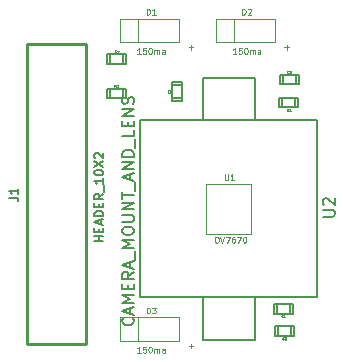
<source format=gto>
G04 (created by PCBNEW (2013-08-24 BZR 4298)-stable) date Thu 28 Nov 2013 09:00:59 AM PST*
%MOIN*%
G04 Gerber Fmt 3.4, Leading zero omitted, Abs format*
%FSLAX34Y34*%
G01*
G70*
G90*
G04 APERTURE LIST*
%ADD10C,0.005906*%
%ADD11C,0.005000*%
%ADD12C,0.010000*%
%ADD13C,0.002000*%
%ADD14C,0.003900*%
%ADD15C,0.001600*%
%ADD16C,0.007500*%
%ADD17C,0.004900*%
G04 APERTURE END LIST*
G54D10*
G54D11*
X57500Y-47269D02*
X57500Y-47589D01*
X57940Y-47579D02*
X57940Y-47269D01*
X58040Y-47589D02*
X57400Y-47589D01*
X57400Y-47589D02*
X57400Y-47269D01*
X57400Y-47269D02*
X58040Y-47269D01*
X58040Y-47269D02*
X58040Y-47589D01*
X54329Y-39961D02*
X54009Y-39961D01*
X54019Y-40401D02*
X54329Y-40401D01*
X54009Y-40501D02*
X54009Y-39861D01*
X54009Y-39861D02*
X54329Y-39861D01*
X54329Y-39861D02*
X54329Y-40501D01*
X54329Y-40501D02*
X54009Y-40501D01*
X57531Y-48005D02*
X57531Y-48325D01*
X57971Y-48315D02*
X57971Y-48005D01*
X58071Y-48325D02*
X57431Y-48325D01*
X57431Y-48325D02*
X57431Y-48005D01*
X57431Y-48005D02*
X58071Y-48005D01*
X58071Y-48005D02*
X58071Y-48325D01*
X52389Y-39250D02*
X52389Y-38930D01*
X51949Y-38940D02*
X51949Y-39250D01*
X51849Y-38930D02*
X52489Y-38930D01*
X52489Y-38930D02*
X52489Y-39250D01*
X52489Y-39250D02*
X51849Y-39250D01*
X51849Y-39250D02*
X51849Y-38930D01*
X58137Y-39943D02*
X58137Y-39623D01*
X57697Y-39633D02*
X57697Y-39943D01*
X57597Y-39623D02*
X58237Y-39623D01*
X58237Y-39623D02*
X58237Y-39943D01*
X58237Y-39943D02*
X57597Y-39943D01*
X57597Y-39943D02*
X57597Y-39623D01*
G54D12*
X51145Y-48602D02*
X49177Y-48602D01*
X51145Y-48602D02*
X51145Y-38602D01*
X49177Y-48602D02*
X49177Y-38602D01*
X49177Y-38602D02*
X51145Y-38602D01*
G54D11*
X57681Y-40391D02*
X57681Y-40711D01*
X58121Y-40701D02*
X58121Y-40391D01*
X58221Y-40711D02*
X57581Y-40711D01*
X57581Y-40711D02*
X57581Y-40391D01*
X57581Y-40391D02*
X58221Y-40391D01*
X58221Y-40391D02*
X58221Y-40711D01*
X52369Y-40411D02*
X52369Y-40091D01*
X51929Y-40101D02*
X51929Y-40411D01*
X51829Y-40091D02*
X52469Y-40091D01*
X52469Y-40091D02*
X52469Y-40411D01*
X52469Y-40411D02*
X51829Y-40411D01*
X51829Y-40411D02*
X51829Y-40091D01*
G54D10*
X56771Y-41141D02*
X56771Y-39724D01*
X56771Y-39724D02*
X55039Y-39724D01*
X55039Y-39724D02*
X55039Y-41141D01*
X56771Y-47047D02*
X56771Y-48464D01*
X56771Y-48464D02*
X55039Y-48464D01*
X55039Y-48464D02*
X55039Y-47047D01*
X58858Y-41141D02*
X52952Y-41141D01*
X52952Y-41141D02*
X52952Y-47047D01*
X52952Y-47047D02*
X58858Y-47047D01*
X58858Y-47047D02*
X58858Y-41141D01*
G54D13*
X55160Y-43260D02*
X56650Y-43260D01*
X56650Y-43260D02*
X56650Y-44928D01*
X56650Y-44928D02*
X55160Y-44928D01*
X55160Y-44928D02*
X55160Y-43260D01*
G54D14*
X52874Y-47716D02*
X52874Y-48503D01*
X52283Y-47716D02*
X54251Y-47716D01*
X54251Y-47716D02*
X54251Y-48503D01*
X54251Y-48503D02*
X52283Y-48503D01*
X52283Y-48503D02*
X52283Y-47716D01*
X56062Y-37755D02*
X56062Y-38543D01*
X55472Y-37755D02*
X57440Y-37755D01*
X57440Y-37755D02*
X57440Y-38543D01*
X57440Y-38543D02*
X55472Y-38543D01*
X55472Y-38543D02*
X55472Y-37755D01*
X52874Y-37755D02*
X52874Y-38543D01*
X52283Y-37755D02*
X54251Y-37755D01*
X54251Y-37755D02*
X54251Y-38543D01*
X54251Y-38543D02*
X52283Y-38543D01*
X52283Y-38543D02*
X52283Y-37755D01*
G54D15*
X57707Y-47707D02*
X57703Y-47711D01*
X57692Y-47714D01*
X57684Y-47714D01*
X57673Y-47711D01*
X57665Y-47703D01*
X57662Y-47696D01*
X57658Y-47681D01*
X57658Y-47669D01*
X57662Y-47654D01*
X57665Y-47647D01*
X57673Y-47639D01*
X57684Y-47635D01*
X57692Y-47635D01*
X57703Y-47639D01*
X57707Y-47643D01*
X57782Y-47714D02*
X57737Y-47714D01*
X57759Y-47714D02*
X57759Y-47635D01*
X57752Y-47647D01*
X57744Y-47654D01*
X57737Y-47658D01*
X53947Y-40194D02*
X53951Y-40198D01*
X53955Y-40209D01*
X53955Y-40216D01*
X53951Y-40228D01*
X53943Y-40235D01*
X53936Y-40239D01*
X53921Y-40243D01*
X53909Y-40243D01*
X53894Y-40239D01*
X53887Y-40235D01*
X53879Y-40228D01*
X53876Y-40216D01*
X53876Y-40209D01*
X53879Y-40198D01*
X53883Y-40194D01*
X53883Y-40164D02*
X53879Y-40160D01*
X53876Y-40152D01*
X53876Y-40134D01*
X53879Y-40126D01*
X53883Y-40122D01*
X53891Y-40119D01*
X53898Y-40119D01*
X53909Y-40122D01*
X53955Y-40167D01*
X53955Y-40119D01*
X57738Y-48443D02*
X57735Y-48447D01*
X57723Y-48451D01*
X57716Y-48451D01*
X57704Y-48447D01*
X57697Y-48439D01*
X57693Y-48432D01*
X57689Y-48417D01*
X57689Y-48405D01*
X57693Y-48390D01*
X57697Y-48383D01*
X57704Y-48375D01*
X57716Y-48372D01*
X57723Y-48372D01*
X57735Y-48375D01*
X57738Y-48379D01*
X57765Y-48372D02*
X57814Y-48372D01*
X57787Y-48402D01*
X57798Y-48402D01*
X57806Y-48405D01*
X57810Y-48409D01*
X57814Y-48417D01*
X57814Y-48436D01*
X57810Y-48443D01*
X57806Y-48447D01*
X57798Y-48451D01*
X57776Y-48451D01*
X57768Y-48447D01*
X57765Y-48443D01*
X52156Y-38868D02*
X52152Y-38872D01*
X52141Y-38876D01*
X52133Y-38876D01*
X52122Y-38872D01*
X52114Y-38865D01*
X52110Y-38857D01*
X52107Y-38842D01*
X52107Y-38831D01*
X52110Y-38816D01*
X52114Y-38808D01*
X52122Y-38801D01*
X52133Y-38797D01*
X52141Y-38797D01*
X52152Y-38801D01*
X52156Y-38804D01*
X52223Y-38823D02*
X52223Y-38876D01*
X52205Y-38793D02*
X52186Y-38849D01*
X52235Y-38849D01*
X57904Y-39561D02*
X57900Y-39565D01*
X57889Y-39569D01*
X57881Y-39569D01*
X57870Y-39565D01*
X57862Y-39557D01*
X57859Y-39550D01*
X57855Y-39535D01*
X57855Y-39524D01*
X57859Y-39509D01*
X57862Y-39501D01*
X57870Y-39493D01*
X57881Y-39490D01*
X57889Y-39490D01*
X57900Y-39493D01*
X57904Y-39497D01*
X57975Y-39490D02*
X57938Y-39490D01*
X57934Y-39527D01*
X57938Y-39524D01*
X57945Y-39520D01*
X57964Y-39520D01*
X57971Y-39524D01*
X57975Y-39527D01*
X57979Y-39535D01*
X57979Y-39554D01*
X57975Y-39561D01*
X57971Y-39565D01*
X57964Y-39569D01*
X57945Y-39569D01*
X57938Y-39565D01*
X57934Y-39561D01*
G54D16*
X48589Y-43722D02*
X48803Y-43722D01*
X48846Y-43736D01*
X48875Y-43764D01*
X48889Y-43807D01*
X48889Y-43836D01*
X48889Y-43422D02*
X48889Y-43593D01*
X48889Y-43507D02*
X48589Y-43507D01*
X48632Y-43536D01*
X48661Y-43564D01*
X48675Y-43593D01*
X51724Y-45182D02*
X51424Y-45182D01*
X51567Y-45182D02*
X51567Y-45010D01*
X51724Y-45010D02*
X51424Y-45010D01*
X51567Y-44867D02*
X51567Y-44767D01*
X51724Y-44724D02*
X51724Y-44867D01*
X51424Y-44867D01*
X51424Y-44724D01*
X51638Y-44610D02*
X51638Y-44467D01*
X51724Y-44639D02*
X51424Y-44539D01*
X51724Y-44439D01*
X51724Y-44339D02*
X51424Y-44339D01*
X51424Y-44267D01*
X51438Y-44224D01*
X51467Y-44196D01*
X51495Y-44182D01*
X51552Y-44167D01*
X51595Y-44167D01*
X51652Y-44182D01*
X51681Y-44196D01*
X51710Y-44224D01*
X51724Y-44267D01*
X51724Y-44339D01*
X51567Y-44039D02*
X51567Y-43939D01*
X51724Y-43896D02*
X51724Y-44039D01*
X51424Y-44039D01*
X51424Y-43896D01*
X51724Y-43596D02*
X51581Y-43696D01*
X51724Y-43767D02*
X51424Y-43767D01*
X51424Y-43653D01*
X51438Y-43624D01*
X51452Y-43610D01*
X51481Y-43596D01*
X51524Y-43596D01*
X51552Y-43610D01*
X51567Y-43624D01*
X51581Y-43653D01*
X51581Y-43767D01*
X51752Y-43539D02*
X51752Y-43310D01*
X51724Y-43082D02*
X51724Y-43253D01*
X51724Y-43167D02*
X51424Y-43167D01*
X51467Y-43196D01*
X51495Y-43224D01*
X51510Y-43253D01*
X51424Y-42896D02*
X51424Y-42867D01*
X51438Y-42839D01*
X51452Y-42824D01*
X51481Y-42810D01*
X51538Y-42796D01*
X51610Y-42796D01*
X51667Y-42810D01*
X51695Y-42824D01*
X51710Y-42839D01*
X51724Y-42867D01*
X51724Y-42896D01*
X51710Y-42924D01*
X51695Y-42939D01*
X51667Y-42953D01*
X51610Y-42967D01*
X51538Y-42967D01*
X51481Y-42953D01*
X51452Y-42939D01*
X51438Y-42924D01*
X51424Y-42896D01*
X51424Y-42696D02*
X51724Y-42496D01*
X51424Y-42496D02*
X51724Y-42696D01*
X51452Y-42396D02*
X51438Y-42382D01*
X51424Y-42353D01*
X51424Y-42282D01*
X51438Y-42253D01*
X51452Y-42239D01*
X51481Y-42224D01*
X51510Y-42224D01*
X51552Y-42239D01*
X51724Y-42410D01*
X51724Y-42224D01*
G54D15*
X57888Y-40836D02*
X57862Y-40799D01*
X57843Y-40836D02*
X57843Y-40757D01*
X57873Y-40757D01*
X57880Y-40761D01*
X57884Y-40765D01*
X57888Y-40772D01*
X57888Y-40784D01*
X57884Y-40791D01*
X57880Y-40795D01*
X57873Y-40799D01*
X57843Y-40799D01*
X57963Y-40836D02*
X57918Y-40836D01*
X57941Y-40836D02*
X57941Y-40757D01*
X57933Y-40769D01*
X57926Y-40776D01*
X57918Y-40780D01*
X52136Y-40037D02*
X52110Y-40000D01*
X52091Y-40037D02*
X52091Y-39958D01*
X52121Y-39958D01*
X52128Y-39962D01*
X52132Y-39966D01*
X52136Y-39973D01*
X52136Y-39985D01*
X52132Y-39992D01*
X52128Y-39996D01*
X52121Y-40000D01*
X52091Y-40000D01*
X52166Y-39966D02*
X52170Y-39962D01*
X52177Y-39958D01*
X52196Y-39958D01*
X52204Y-39962D01*
X52207Y-39966D01*
X52211Y-39973D01*
X52211Y-39981D01*
X52207Y-39992D01*
X52162Y-40037D01*
X52211Y-40037D01*
G54D10*
X59036Y-44355D02*
X59355Y-44355D01*
X59392Y-44336D01*
X59411Y-44317D01*
X59430Y-44280D01*
X59430Y-44205D01*
X59411Y-44167D01*
X59392Y-44148D01*
X59355Y-44130D01*
X59036Y-44130D01*
X59073Y-43961D02*
X59055Y-43942D01*
X59036Y-43905D01*
X59036Y-43811D01*
X59055Y-43773D01*
X59073Y-43755D01*
X59111Y-43736D01*
X59148Y-43736D01*
X59205Y-43755D01*
X59430Y-43980D01*
X59430Y-43736D01*
X52699Y-47735D02*
X52718Y-47754D01*
X52737Y-47810D01*
X52737Y-47847D01*
X52718Y-47904D01*
X52680Y-47941D01*
X52643Y-47960D01*
X52568Y-47979D01*
X52512Y-47979D01*
X52437Y-47960D01*
X52399Y-47941D01*
X52362Y-47904D01*
X52343Y-47847D01*
X52343Y-47810D01*
X52362Y-47754D01*
X52380Y-47735D01*
X52624Y-47585D02*
X52624Y-47397D01*
X52737Y-47622D02*
X52343Y-47491D01*
X52737Y-47360D01*
X52737Y-47229D02*
X52343Y-47229D01*
X52624Y-47097D01*
X52343Y-46966D01*
X52737Y-46966D01*
X52530Y-46779D02*
X52530Y-46647D01*
X52737Y-46591D02*
X52737Y-46779D01*
X52343Y-46779D01*
X52343Y-46591D01*
X52737Y-46197D02*
X52549Y-46329D01*
X52737Y-46422D02*
X52343Y-46422D01*
X52343Y-46272D01*
X52362Y-46235D01*
X52380Y-46216D01*
X52418Y-46197D01*
X52474Y-46197D01*
X52512Y-46216D01*
X52530Y-46235D01*
X52549Y-46272D01*
X52549Y-46422D01*
X52624Y-46047D02*
X52624Y-45860D01*
X52737Y-46085D02*
X52343Y-45954D01*
X52737Y-45823D01*
X52774Y-45785D02*
X52774Y-45485D01*
X52737Y-45391D02*
X52343Y-45391D01*
X52624Y-45260D01*
X52343Y-45129D01*
X52737Y-45129D01*
X52343Y-44866D02*
X52343Y-44791D01*
X52362Y-44754D01*
X52399Y-44716D01*
X52474Y-44698D01*
X52605Y-44698D01*
X52680Y-44716D01*
X52718Y-44754D01*
X52737Y-44791D01*
X52737Y-44866D01*
X52718Y-44904D01*
X52680Y-44941D01*
X52605Y-44960D01*
X52474Y-44960D01*
X52399Y-44941D01*
X52362Y-44904D01*
X52343Y-44866D01*
X52343Y-44529D02*
X52662Y-44529D01*
X52699Y-44510D01*
X52718Y-44491D01*
X52737Y-44454D01*
X52737Y-44379D01*
X52718Y-44341D01*
X52699Y-44323D01*
X52662Y-44304D01*
X52343Y-44304D01*
X52737Y-44116D02*
X52343Y-44116D01*
X52737Y-43892D01*
X52343Y-43892D01*
X52343Y-43760D02*
X52343Y-43535D01*
X52737Y-43648D02*
X52343Y-43648D01*
X52774Y-43498D02*
X52774Y-43198D01*
X52624Y-43123D02*
X52624Y-42935D01*
X52737Y-43160D02*
X52343Y-43029D01*
X52737Y-42898D01*
X52737Y-42767D02*
X52343Y-42767D01*
X52737Y-42542D01*
X52343Y-42542D01*
X52737Y-42354D02*
X52343Y-42354D01*
X52343Y-42260D01*
X52362Y-42204D01*
X52399Y-42167D01*
X52437Y-42148D01*
X52512Y-42129D01*
X52568Y-42129D01*
X52643Y-42148D01*
X52680Y-42167D01*
X52718Y-42204D01*
X52737Y-42260D01*
X52737Y-42354D01*
X52774Y-42054D02*
X52774Y-41754D01*
X52737Y-41473D02*
X52737Y-41661D01*
X52343Y-41661D01*
X52530Y-41342D02*
X52530Y-41211D01*
X52737Y-41154D02*
X52737Y-41342D01*
X52343Y-41342D01*
X52343Y-41154D01*
X52737Y-40986D02*
X52343Y-40986D01*
X52737Y-40761D01*
X52343Y-40761D01*
X52718Y-40592D02*
X52737Y-40536D01*
X52737Y-40442D01*
X52718Y-40404D01*
X52699Y-40386D01*
X52662Y-40367D01*
X52624Y-40367D01*
X52587Y-40386D01*
X52568Y-40404D01*
X52549Y-40442D01*
X52530Y-40517D01*
X52512Y-40554D01*
X52493Y-40573D01*
X52455Y-40592D01*
X52418Y-40592D01*
X52380Y-40573D01*
X52362Y-40554D01*
X52343Y-40517D01*
X52343Y-40423D01*
X52362Y-40367D01*
G54D14*
X55775Y-42933D02*
X55775Y-43092D01*
X55784Y-43111D01*
X55793Y-43121D01*
X55812Y-43130D01*
X55850Y-43130D01*
X55868Y-43121D01*
X55878Y-43111D01*
X55887Y-43092D01*
X55887Y-42933D01*
X56084Y-43130D02*
X55972Y-43130D01*
X56028Y-43130D02*
X56028Y-42933D01*
X56009Y-42961D01*
X55990Y-42980D01*
X55972Y-42989D01*
X55486Y-45020D02*
X55523Y-45020D01*
X55542Y-45029D01*
X55561Y-45048D01*
X55570Y-45085D01*
X55570Y-45151D01*
X55561Y-45188D01*
X55542Y-45207D01*
X55523Y-45217D01*
X55486Y-45217D01*
X55467Y-45207D01*
X55448Y-45188D01*
X55439Y-45151D01*
X55439Y-45085D01*
X55448Y-45048D01*
X55467Y-45029D01*
X55486Y-45020D01*
X55626Y-45020D02*
X55692Y-45217D01*
X55758Y-45020D01*
X55805Y-45020D02*
X55936Y-45020D01*
X55851Y-45217D01*
X56095Y-45020D02*
X56058Y-45020D01*
X56039Y-45029D01*
X56030Y-45038D01*
X56011Y-45066D01*
X56002Y-45104D01*
X56002Y-45179D01*
X56011Y-45198D01*
X56020Y-45207D01*
X56039Y-45217D01*
X56077Y-45217D01*
X56095Y-45207D01*
X56105Y-45198D01*
X56114Y-45179D01*
X56114Y-45132D01*
X56105Y-45113D01*
X56095Y-45104D01*
X56077Y-45095D01*
X56039Y-45095D01*
X56020Y-45104D01*
X56011Y-45113D01*
X56002Y-45132D01*
X56180Y-45020D02*
X56311Y-45020D01*
X56227Y-45217D01*
X56424Y-45020D02*
X56442Y-45020D01*
X56461Y-45029D01*
X56471Y-45038D01*
X56480Y-45057D01*
X56489Y-45095D01*
X56489Y-45142D01*
X56480Y-45179D01*
X56471Y-45198D01*
X56461Y-45207D01*
X56442Y-45217D01*
X56424Y-45217D01*
X56405Y-45207D01*
X56396Y-45198D01*
X56386Y-45179D01*
X56377Y-45142D01*
X56377Y-45095D01*
X56386Y-45057D01*
X56396Y-45038D01*
X56405Y-45029D01*
X56424Y-45020D01*
G54D17*
X53164Y-47581D02*
X53164Y-47384D01*
X53211Y-47384D01*
X53239Y-47393D01*
X53258Y-47412D01*
X53267Y-47431D01*
X53276Y-47468D01*
X53276Y-47496D01*
X53267Y-47534D01*
X53258Y-47553D01*
X53239Y-47571D01*
X53211Y-47581D01*
X53164Y-47581D01*
X53342Y-47384D02*
X53464Y-47384D01*
X53398Y-47459D01*
X53426Y-47459D01*
X53445Y-47468D01*
X53455Y-47478D01*
X53464Y-47496D01*
X53464Y-47543D01*
X53455Y-47562D01*
X53445Y-47571D01*
X53426Y-47581D01*
X53370Y-47581D01*
X53351Y-47571D01*
X53342Y-47562D01*
X52965Y-48887D02*
X52853Y-48887D01*
X52909Y-48887D02*
X52909Y-48690D01*
X52890Y-48718D01*
X52872Y-48737D01*
X52853Y-48746D01*
X53144Y-48690D02*
X53050Y-48690D01*
X53040Y-48784D01*
X53050Y-48774D01*
X53069Y-48765D01*
X53116Y-48765D01*
X53134Y-48774D01*
X53144Y-48784D01*
X53153Y-48802D01*
X53153Y-48849D01*
X53144Y-48868D01*
X53134Y-48877D01*
X53116Y-48887D01*
X53069Y-48887D01*
X53050Y-48877D01*
X53040Y-48868D01*
X53275Y-48690D02*
X53294Y-48690D01*
X53313Y-48699D01*
X53322Y-48709D01*
X53331Y-48727D01*
X53341Y-48765D01*
X53341Y-48812D01*
X53331Y-48849D01*
X53322Y-48868D01*
X53313Y-48877D01*
X53294Y-48887D01*
X53275Y-48887D01*
X53256Y-48877D01*
X53247Y-48868D01*
X53237Y-48849D01*
X53228Y-48812D01*
X53228Y-48765D01*
X53237Y-48727D01*
X53247Y-48709D01*
X53256Y-48699D01*
X53275Y-48690D01*
X53425Y-48887D02*
X53425Y-48756D01*
X53425Y-48774D02*
X53434Y-48765D01*
X53453Y-48756D01*
X53481Y-48756D01*
X53500Y-48765D01*
X53510Y-48784D01*
X53510Y-48887D01*
X53510Y-48784D02*
X53519Y-48765D01*
X53538Y-48756D01*
X53566Y-48756D01*
X53585Y-48765D01*
X53594Y-48784D01*
X53594Y-48887D01*
X53772Y-48887D02*
X53772Y-48784D01*
X53763Y-48765D01*
X53744Y-48756D01*
X53707Y-48756D01*
X53688Y-48765D01*
X53772Y-48877D02*
X53753Y-48887D01*
X53707Y-48887D01*
X53688Y-48877D01*
X53678Y-48859D01*
X53678Y-48840D01*
X53688Y-48821D01*
X53707Y-48812D01*
X53753Y-48812D01*
X53772Y-48802D01*
G54D14*
X54570Y-48672D02*
X54720Y-48672D01*
X54645Y-48747D02*
X54645Y-48597D01*
G54D17*
X56353Y-37620D02*
X56353Y-37423D01*
X56400Y-37423D01*
X56428Y-37433D01*
X56447Y-37451D01*
X56456Y-37470D01*
X56465Y-37508D01*
X56465Y-37536D01*
X56456Y-37573D01*
X56447Y-37592D01*
X56428Y-37611D01*
X56400Y-37620D01*
X56353Y-37620D01*
X56540Y-37442D02*
X56550Y-37433D01*
X56569Y-37423D01*
X56615Y-37423D01*
X56634Y-37433D01*
X56644Y-37442D01*
X56653Y-37461D01*
X56653Y-37480D01*
X56644Y-37508D01*
X56531Y-37620D01*
X56653Y-37620D01*
X56154Y-38926D02*
X56042Y-38926D01*
X56098Y-38926D02*
X56098Y-38729D01*
X56079Y-38757D01*
X56061Y-38776D01*
X56042Y-38786D01*
X56333Y-38729D02*
X56239Y-38729D01*
X56229Y-38823D01*
X56239Y-38814D01*
X56258Y-38804D01*
X56305Y-38804D01*
X56323Y-38814D01*
X56333Y-38823D01*
X56342Y-38842D01*
X56342Y-38889D01*
X56333Y-38907D01*
X56323Y-38917D01*
X56305Y-38926D01*
X56258Y-38926D01*
X56239Y-38917D01*
X56229Y-38907D01*
X56464Y-38729D02*
X56483Y-38729D01*
X56502Y-38739D01*
X56511Y-38748D01*
X56520Y-38767D01*
X56530Y-38804D01*
X56530Y-38851D01*
X56520Y-38889D01*
X56511Y-38907D01*
X56502Y-38917D01*
X56483Y-38926D01*
X56464Y-38926D01*
X56445Y-38917D01*
X56436Y-38907D01*
X56426Y-38889D01*
X56417Y-38851D01*
X56417Y-38804D01*
X56426Y-38767D01*
X56436Y-38748D01*
X56445Y-38739D01*
X56464Y-38729D01*
X56614Y-38926D02*
X56614Y-38795D01*
X56614Y-38814D02*
X56623Y-38804D01*
X56642Y-38795D01*
X56670Y-38795D01*
X56689Y-38804D01*
X56699Y-38823D01*
X56699Y-38926D01*
X56699Y-38823D02*
X56708Y-38804D01*
X56727Y-38795D01*
X56755Y-38795D01*
X56774Y-38804D01*
X56783Y-38823D01*
X56783Y-38926D01*
X56961Y-38926D02*
X56961Y-38823D01*
X56952Y-38804D01*
X56933Y-38795D01*
X56896Y-38795D01*
X56877Y-38804D01*
X56961Y-38917D02*
X56942Y-38926D01*
X56896Y-38926D01*
X56877Y-38917D01*
X56867Y-38898D01*
X56867Y-38879D01*
X56877Y-38861D01*
X56896Y-38851D01*
X56942Y-38851D01*
X56961Y-38842D01*
G54D14*
X57759Y-38711D02*
X57909Y-38711D01*
X57834Y-38786D02*
X57834Y-38636D01*
G54D17*
X53164Y-37620D02*
X53164Y-37423D01*
X53211Y-37423D01*
X53239Y-37433D01*
X53258Y-37451D01*
X53267Y-37470D01*
X53276Y-37508D01*
X53276Y-37536D01*
X53267Y-37573D01*
X53258Y-37592D01*
X53239Y-37611D01*
X53211Y-37620D01*
X53164Y-37620D01*
X53464Y-37620D02*
X53351Y-37620D01*
X53408Y-37620D02*
X53408Y-37423D01*
X53389Y-37451D01*
X53370Y-37470D01*
X53351Y-37480D01*
X52965Y-38926D02*
X52853Y-38926D01*
X52909Y-38926D02*
X52909Y-38729D01*
X52890Y-38757D01*
X52872Y-38776D01*
X52853Y-38786D01*
X53144Y-38729D02*
X53050Y-38729D01*
X53040Y-38823D01*
X53050Y-38814D01*
X53069Y-38804D01*
X53116Y-38804D01*
X53134Y-38814D01*
X53144Y-38823D01*
X53153Y-38842D01*
X53153Y-38889D01*
X53144Y-38907D01*
X53134Y-38917D01*
X53116Y-38926D01*
X53069Y-38926D01*
X53050Y-38917D01*
X53040Y-38907D01*
X53275Y-38729D02*
X53294Y-38729D01*
X53313Y-38739D01*
X53322Y-38748D01*
X53331Y-38767D01*
X53341Y-38804D01*
X53341Y-38851D01*
X53331Y-38889D01*
X53322Y-38907D01*
X53313Y-38917D01*
X53294Y-38926D01*
X53275Y-38926D01*
X53256Y-38917D01*
X53247Y-38907D01*
X53237Y-38889D01*
X53228Y-38851D01*
X53228Y-38804D01*
X53237Y-38767D01*
X53247Y-38748D01*
X53256Y-38739D01*
X53275Y-38729D01*
X53425Y-38926D02*
X53425Y-38795D01*
X53425Y-38814D02*
X53434Y-38804D01*
X53453Y-38795D01*
X53481Y-38795D01*
X53500Y-38804D01*
X53510Y-38823D01*
X53510Y-38926D01*
X53510Y-38823D02*
X53519Y-38804D01*
X53538Y-38795D01*
X53566Y-38795D01*
X53585Y-38804D01*
X53594Y-38823D01*
X53594Y-38926D01*
X53772Y-38926D02*
X53772Y-38823D01*
X53763Y-38804D01*
X53744Y-38795D01*
X53707Y-38795D01*
X53688Y-38804D01*
X53772Y-38917D02*
X53753Y-38926D01*
X53707Y-38926D01*
X53688Y-38917D01*
X53678Y-38898D01*
X53678Y-38879D01*
X53688Y-38861D01*
X53707Y-38851D01*
X53753Y-38851D01*
X53772Y-38842D01*
G54D14*
X54570Y-38711D02*
X54720Y-38711D01*
X54645Y-38786D02*
X54645Y-38636D01*
M02*

</source>
